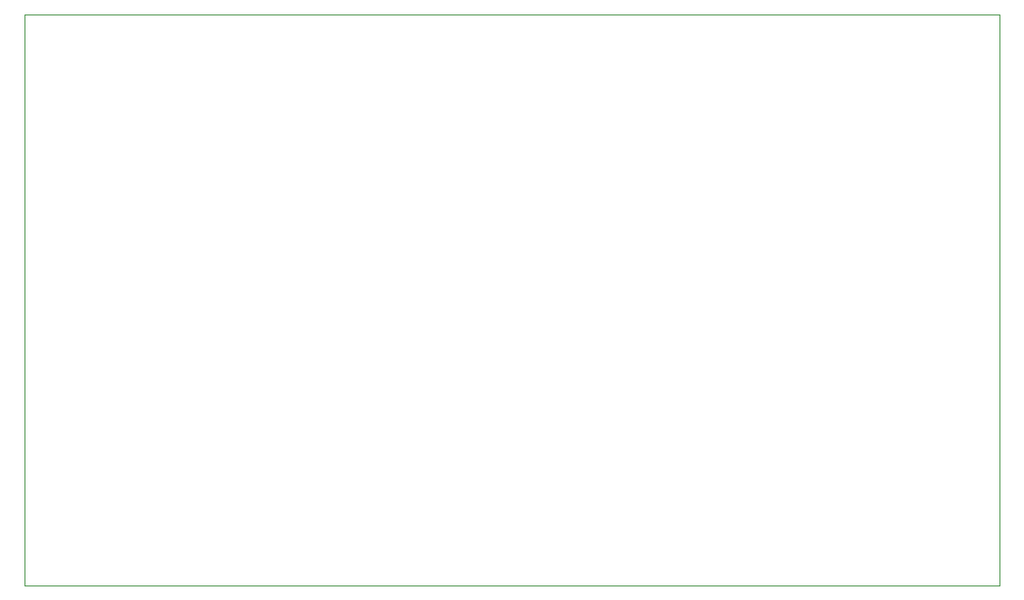
<source format=gbr>
%TF.GenerationSoftware,KiCad,Pcbnew,(5.1.2)-1*%
%TF.CreationDate,2019-06-15T17:16:07+02:00*%
%TF.ProjectId,i2s_rxtx,6932735f-7278-4747-982e-6b696361645f,rev?*%
%TF.SameCoordinates,Original*%
%TF.FileFunction,Profile,NP*%
%FSLAX46Y46*%
G04 Gerber Fmt 4.6, Leading zero omitted, Abs format (unit mm)*
G04 Created by KiCad (PCBNEW (5.1.2)-1) date 2019-06-15 17:16:07*
%MOMM*%
%LPD*%
G04 APERTURE LIST*
%ADD10C,0.050000*%
G04 APERTURE END LIST*
D10*
X45720000Y-38608000D02*
X45212000Y-38608000D01*
X45212000Y-91948000D02*
X45212000Y-38608000D01*
X136144000Y-91948000D02*
X45212000Y-91948000D01*
X136144000Y-38608000D02*
X136144000Y-91948000D01*
X45720000Y-38608000D02*
X136144000Y-38608000D01*
M02*

</source>
